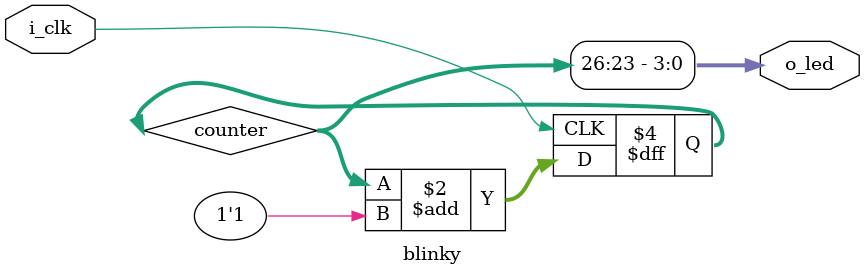
<source format=v>
`default_nettype none

module blinky(i_clk, o_led);

    input wire i_clk;
    output wire [3:0] o_led;

    parameter WIDTH = 27;

    reg [WIDTH-1:0] counter;

    initial counter = 0;

    // Complex pattern for the lid being lit and not
    // assign o_led[3] <= ^counter[WIDTH-1:WIDTH-3];

    // Longer flashes
    // assign o_led[3] <= |counter[WIDTH-1:WIDTH-3];

    // Shorter flashes
    // assign o_led[3] <= &counter[WIDTH-1:WIDTH-3];

    assign o_led[3] = counter[WIDTH-1];
    assign o_led[2] = counter[WIDTH-2];
    assign o_led[1] = counter[WIDTH-3];
    assign o_led[0] = counter[WIDTH-4];

    always @(posedge i_clk)
    begin
        counter <= counter + 1'b1;        
    end

endmodule

</source>
